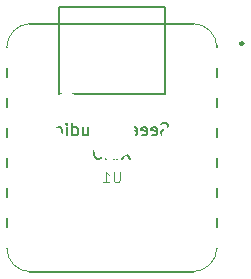
<source format=gbr>
%TF.GenerationSoftware,KiCad,Pcbnew,8.0.6*%
%TF.CreationDate,2024-10-22T23:25:27+01:00*%
%TF.ProjectId,hello22,68656c6c-6f32-4322-9e6b-696361645f70,rev?*%
%TF.SameCoordinates,Original*%
%TF.FileFunction,Legend,Bot*%
%TF.FilePolarity,Positive*%
%FSLAX46Y46*%
G04 Gerber Fmt 4.6, Leading zero omitted, Abs format (unit mm)*
G04 Created by KiCad (PCBNEW 8.0.6) date 2024-10-22 23:25:27*
%MOMM*%
%LPD*%
G01*
G04 APERTURE LIST*
%ADD10C,0.101600*%
%ADD11C,0.150000*%
%ADD12C,0.127000*%
%ADD13C,0.120000*%
%ADD14C,0.254000*%
%ADD15C,0.025400*%
%ADD16C,1.701800*%
%ADD17C,3.987800*%
%ADD18C,2.300000*%
%ADD19R,2.000000X2.000000*%
%ADD20C,2.000000*%
%ADD21R,3.200000X2.000000*%
%ADD22R,1.600000X1.600000*%
%ADD23O,1.600000X1.600000*%
%ADD24R,3.500000X1.700000*%
%ADD25O,3.600000X1.700000*%
%ADD26O,3.700000X1.700000*%
%ADD27R,1.700000X1.700000*%
%ADD28O,1.700000X1.700000*%
G04 APERTURE END LIST*
D10*
X87286333Y-108940185D02*
X87286333Y-109659852D01*
X87286333Y-109659852D02*
X87244000Y-109744518D01*
X87244000Y-109744518D02*
X87201666Y-109786852D01*
X87201666Y-109786852D02*
X87117000Y-109829185D01*
X87117000Y-109829185D02*
X86947666Y-109829185D01*
X86947666Y-109829185D02*
X86863000Y-109786852D01*
X86863000Y-109786852D02*
X86820666Y-109744518D01*
X86820666Y-109744518D02*
X86778333Y-109659852D01*
X86778333Y-109659852D02*
X86778333Y-108940185D01*
X85889333Y-109829185D02*
X86397333Y-109829185D01*
X86143333Y-109829185D02*
X86143333Y-108940185D01*
X86143333Y-108940185D02*
X86228000Y-109067185D01*
X86228000Y-109067185D02*
X86312667Y-109151852D01*
X86312667Y-109151852D02*
X86397333Y-109194185D01*
D11*
X91370904Y-105790400D02*
X91228047Y-105838019D01*
X91228047Y-105838019D02*
X90989952Y-105838019D01*
X90989952Y-105838019D02*
X90894714Y-105790400D01*
X90894714Y-105790400D02*
X90847095Y-105742780D01*
X90847095Y-105742780D02*
X90799476Y-105647542D01*
X90799476Y-105647542D02*
X90799476Y-105552304D01*
X90799476Y-105552304D02*
X90847095Y-105457066D01*
X90847095Y-105457066D02*
X90894714Y-105409447D01*
X90894714Y-105409447D02*
X90989952Y-105361828D01*
X90989952Y-105361828D02*
X91180428Y-105314209D01*
X91180428Y-105314209D02*
X91275666Y-105266590D01*
X91275666Y-105266590D02*
X91323285Y-105218971D01*
X91323285Y-105218971D02*
X91370904Y-105123733D01*
X91370904Y-105123733D02*
X91370904Y-105028495D01*
X91370904Y-105028495D02*
X91323285Y-104933257D01*
X91323285Y-104933257D02*
X91275666Y-104885638D01*
X91275666Y-104885638D02*
X91180428Y-104838019D01*
X91180428Y-104838019D02*
X90942333Y-104838019D01*
X90942333Y-104838019D02*
X90799476Y-104885638D01*
X89989952Y-105790400D02*
X90085190Y-105838019D01*
X90085190Y-105838019D02*
X90275666Y-105838019D01*
X90275666Y-105838019D02*
X90370904Y-105790400D01*
X90370904Y-105790400D02*
X90418523Y-105695161D01*
X90418523Y-105695161D02*
X90418523Y-105314209D01*
X90418523Y-105314209D02*
X90370904Y-105218971D01*
X90370904Y-105218971D02*
X90275666Y-105171352D01*
X90275666Y-105171352D02*
X90085190Y-105171352D01*
X90085190Y-105171352D02*
X89989952Y-105218971D01*
X89989952Y-105218971D02*
X89942333Y-105314209D01*
X89942333Y-105314209D02*
X89942333Y-105409447D01*
X89942333Y-105409447D02*
X90418523Y-105504685D01*
X89132809Y-105790400D02*
X89228047Y-105838019D01*
X89228047Y-105838019D02*
X89418523Y-105838019D01*
X89418523Y-105838019D02*
X89513761Y-105790400D01*
X89513761Y-105790400D02*
X89561380Y-105695161D01*
X89561380Y-105695161D02*
X89561380Y-105314209D01*
X89561380Y-105314209D02*
X89513761Y-105218971D01*
X89513761Y-105218971D02*
X89418523Y-105171352D01*
X89418523Y-105171352D02*
X89228047Y-105171352D01*
X89228047Y-105171352D02*
X89132809Y-105218971D01*
X89132809Y-105218971D02*
X89085190Y-105314209D01*
X89085190Y-105314209D02*
X89085190Y-105409447D01*
X89085190Y-105409447D02*
X89561380Y-105504685D01*
X88275666Y-105790400D02*
X88370904Y-105838019D01*
X88370904Y-105838019D02*
X88561380Y-105838019D01*
X88561380Y-105838019D02*
X88656618Y-105790400D01*
X88656618Y-105790400D02*
X88704237Y-105695161D01*
X88704237Y-105695161D02*
X88704237Y-105314209D01*
X88704237Y-105314209D02*
X88656618Y-105218971D01*
X88656618Y-105218971D02*
X88561380Y-105171352D01*
X88561380Y-105171352D02*
X88370904Y-105171352D01*
X88370904Y-105171352D02*
X88275666Y-105218971D01*
X88275666Y-105218971D02*
X88228047Y-105314209D01*
X88228047Y-105314209D02*
X88228047Y-105409447D01*
X88228047Y-105409447D02*
X88704237Y-105504685D01*
X87370904Y-105838019D02*
X87370904Y-104838019D01*
X87370904Y-105790400D02*
X87466142Y-105838019D01*
X87466142Y-105838019D02*
X87656618Y-105838019D01*
X87656618Y-105838019D02*
X87751856Y-105790400D01*
X87751856Y-105790400D02*
X87799475Y-105742780D01*
X87799475Y-105742780D02*
X87847094Y-105647542D01*
X87847094Y-105647542D02*
X87847094Y-105361828D01*
X87847094Y-105361828D02*
X87799475Y-105266590D01*
X87799475Y-105266590D02*
X87751856Y-105218971D01*
X87751856Y-105218971D02*
X87656618Y-105171352D01*
X87656618Y-105171352D02*
X87466142Y-105171352D01*
X87466142Y-105171352D02*
X87370904Y-105218971D01*
X86180427Y-105790400D02*
X86037570Y-105838019D01*
X86037570Y-105838019D02*
X85799475Y-105838019D01*
X85799475Y-105838019D02*
X85704237Y-105790400D01*
X85704237Y-105790400D02*
X85656618Y-105742780D01*
X85656618Y-105742780D02*
X85608999Y-105647542D01*
X85608999Y-105647542D02*
X85608999Y-105552304D01*
X85608999Y-105552304D02*
X85656618Y-105457066D01*
X85656618Y-105457066D02*
X85704237Y-105409447D01*
X85704237Y-105409447D02*
X85799475Y-105361828D01*
X85799475Y-105361828D02*
X85989951Y-105314209D01*
X85989951Y-105314209D02*
X86085189Y-105266590D01*
X86085189Y-105266590D02*
X86132808Y-105218971D01*
X86132808Y-105218971D02*
X86180427Y-105123733D01*
X86180427Y-105123733D02*
X86180427Y-105028495D01*
X86180427Y-105028495D02*
X86132808Y-104933257D01*
X86132808Y-104933257D02*
X86085189Y-104885638D01*
X86085189Y-104885638D02*
X85989951Y-104838019D01*
X85989951Y-104838019D02*
X85751856Y-104838019D01*
X85751856Y-104838019D02*
X85608999Y-104885638D01*
X85323284Y-105171352D02*
X84942332Y-105171352D01*
X85180427Y-104838019D02*
X85180427Y-105695161D01*
X85180427Y-105695161D02*
X85132808Y-105790400D01*
X85132808Y-105790400D02*
X85037570Y-105838019D01*
X85037570Y-105838019D02*
X84942332Y-105838019D01*
X84180427Y-105171352D02*
X84180427Y-105838019D01*
X84608998Y-105171352D02*
X84608998Y-105695161D01*
X84608998Y-105695161D02*
X84561379Y-105790400D01*
X84561379Y-105790400D02*
X84466141Y-105838019D01*
X84466141Y-105838019D02*
X84323284Y-105838019D01*
X84323284Y-105838019D02*
X84228046Y-105790400D01*
X84228046Y-105790400D02*
X84180427Y-105742780D01*
X83275665Y-105838019D02*
X83275665Y-104838019D01*
X83275665Y-105790400D02*
X83370903Y-105838019D01*
X83370903Y-105838019D02*
X83561379Y-105838019D01*
X83561379Y-105838019D02*
X83656617Y-105790400D01*
X83656617Y-105790400D02*
X83704236Y-105742780D01*
X83704236Y-105742780D02*
X83751855Y-105647542D01*
X83751855Y-105647542D02*
X83751855Y-105361828D01*
X83751855Y-105361828D02*
X83704236Y-105266590D01*
X83704236Y-105266590D02*
X83656617Y-105218971D01*
X83656617Y-105218971D02*
X83561379Y-105171352D01*
X83561379Y-105171352D02*
X83370903Y-105171352D01*
X83370903Y-105171352D02*
X83275665Y-105218971D01*
X82799474Y-105838019D02*
X82799474Y-105171352D01*
X82799474Y-104838019D02*
X82847093Y-104885638D01*
X82847093Y-104885638D02*
X82799474Y-104933257D01*
X82799474Y-104933257D02*
X82751855Y-104885638D01*
X82751855Y-104885638D02*
X82799474Y-104838019D01*
X82799474Y-104838019D02*
X82799474Y-104933257D01*
X82180427Y-105838019D02*
X82275665Y-105790400D01*
X82275665Y-105790400D02*
X82323284Y-105742780D01*
X82323284Y-105742780D02*
X82370903Y-105647542D01*
X82370903Y-105647542D02*
X82370903Y-105361828D01*
X82370903Y-105361828D02*
X82323284Y-105266590D01*
X82323284Y-105266590D02*
X82275665Y-105218971D01*
X82275665Y-105218971D02*
X82180427Y-105171352D01*
X82180427Y-105171352D02*
X82037570Y-105171352D01*
X82037570Y-105171352D02*
X81942332Y-105218971D01*
X81942332Y-105218971D02*
X81894713Y-105266590D01*
X81894713Y-105266590D02*
X81847094Y-105361828D01*
X81847094Y-105361828D02*
X81847094Y-105647542D01*
X81847094Y-105647542D02*
X81894713Y-105742780D01*
X81894713Y-105742780D02*
X81942332Y-105790400D01*
X81942332Y-105790400D02*
X82037570Y-105838019D01*
X82037570Y-105838019D02*
X82180427Y-105838019D01*
X88132808Y-106838019D02*
X87466142Y-107838019D01*
X87466142Y-106838019D02*
X88132808Y-107838019D01*
X87085189Y-107838019D02*
X87085189Y-106838019D01*
X86656618Y-107552304D02*
X86180428Y-107552304D01*
X86751856Y-107838019D02*
X86418523Y-106838019D01*
X86418523Y-106838019D02*
X86085190Y-107838019D01*
X85561380Y-106838019D02*
X85370904Y-106838019D01*
X85370904Y-106838019D02*
X85275666Y-106885638D01*
X85275666Y-106885638D02*
X85180428Y-106980876D01*
X85180428Y-106980876D02*
X85132809Y-107171352D01*
X85132809Y-107171352D02*
X85132809Y-107504685D01*
X85132809Y-107504685D02*
X85180428Y-107695161D01*
X85180428Y-107695161D02*
X85275666Y-107790400D01*
X85275666Y-107790400D02*
X85370904Y-107838019D01*
X85370904Y-107838019D02*
X85561380Y-107838019D01*
X85561380Y-107838019D02*
X85656618Y-107790400D01*
X85656618Y-107790400D02*
X85751856Y-107695161D01*
X85751856Y-107695161D02*
X85799475Y-107504685D01*
X85799475Y-107504685D02*
X85799475Y-107171352D01*
X85799475Y-107171352D02*
X85751856Y-106980876D01*
X85751856Y-106980876D02*
X85656618Y-106885638D01*
X85656618Y-106885638D02*
X85561380Y-106838019D01*
D12*
%TO.C,U1*%
X77709000Y-98383200D02*
X77709000Y-115383200D01*
X79709000Y-117383200D02*
X93509000Y-117383200D01*
X82109000Y-94959170D02*
X91109000Y-94959170D01*
X82109000Y-102312470D02*
X82109000Y-94959170D01*
X91109000Y-94959170D02*
X91109000Y-102312470D01*
X91109000Y-102312470D02*
X82109000Y-102312470D01*
X93509000Y-96384110D02*
X79709000Y-96384110D01*
X95509000Y-115383200D02*
X95509000Y-98383200D01*
D13*
X77709000Y-98383200D02*
G75*
G02*
X79709000Y-96383200I2044610J-44610D01*
G01*
X79709000Y-117383200D02*
G75*
G02*
X77709000Y-115383200I0J2000000D01*
G01*
X93509000Y-96383200D02*
G75*
G02*
X95509000Y-98383200I-44612J-2044612D01*
G01*
X95509000Y-115383200D02*
G75*
G02*
X93509000Y-117383200I-2044857J44857D01*
G01*
D14*
X97736000Y-98083200D02*
G75*
G02*
X97482000Y-98083200I-127000J0D01*
G01*
X97482000Y-98083200D02*
G75*
G02*
X97736000Y-98083200I127000J0D01*
G01*
D15*
X95493667Y-98272727D02*
X95496715Y-98321495D01*
X95489603Y-98223706D01*
X95493667Y-98272727D01*
X77766752Y-115794155D02*
X77756847Y-115746150D01*
X77747956Y-115697890D01*
X77740336Y-115649375D01*
X77733732Y-115600607D01*
X77728399Y-115551839D01*
X77724335Y-115502818D01*
X77721287Y-115454050D01*
X77719508Y-115404774D01*
X77766752Y-115794155D01*
%TD*%
%LPC*%
D16*
%TO.C,SW4*%
X100795000Y-105875000D03*
D17*
X105875000Y-105875000D03*
D16*
X110955000Y-105875000D03*
D18*
X102065000Y-103335000D03*
X108415000Y-100795000D03*
%TD*%
D16*
%TO.C,SW6*%
X100795000Y-125125000D03*
D17*
X105875000Y-125125000D03*
D16*
X110955000Y-125125000D03*
D18*
X102065000Y-122585000D03*
X108415000Y-120045000D03*
%TD*%
D19*
%TO.C,SW5*%
X59875000Y-103550000D03*
D20*
X59875000Y-108550000D03*
X59875000Y-106050000D03*
D21*
X67375000Y-100450000D03*
X67375000Y-111650000D03*
D20*
X74375000Y-108550000D03*
X74375000Y-103550000D03*
%TD*%
D22*
%TO.C,D2*%
X67564000Y-114427000D03*
D23*
X75184000Y-114427000D03*
%TD*%
D16*
%TO.C,SW3*%
X81545000Y-125125000D03*
D17*
X86625000Y-125125000D03*
D16*
X91705000Y-125125000D03*
D18*
X82815000Y-122585000D03*
X89165000Y-120045000D03*
%TD*%
D16*
%TO.C,SW1*%
X62295000Y-125125000D03*
D17*
X67375000Y-125125000D03*
D16*
X72455000Y-125125000D03*
D18*
X63565000Y-122585000D03*
X69915000Y-120045000D03*
%TD*%
D22*
%TO.C,D6*%
X95046800Y-126034800D03*
D23*
X95046800Y-133654800D03*
%TD*%
D22*
%TO.C,D8*%
X114223800Y-126034800D03*
D23*
X114223800Y-133654800D03*
%TD*%
D22*
%TO.C,D9*%
X133350000Y-125984000D03*
D23*
X133350000Y-133604000D03*
%TD*%
D16*
%TO.C,SW2*%
X81545000Y-105875000D03*
D17*
X86625000Y-105875000D03*
D16*
X91705000Y-105875000D03*
D18*
X82815000Y-103335000D03*
X89165000Y-100795000D03*
%TD*%
D22*
%TO.C,D7*%
X114274600Y-106807000D03*
D23*
X114274600Y-114427000D03*
%TD*%
D22*
%TO.C,D5*%
X107467400Y-114274600D03*
D23*
X99847400Y-114274600D03*
%TD*%
D16*
%TO.C,SW7*%
X120045000Y-125125000D03*
D17*
X125125000Y-125125000D03*
D16*
X130205000Y-125125000D03*
D18*
X121315000Y-122585000D03*
X127665000Y-120045000D03*
%TD*%
D22*
%TO.C,D1*%
X75717400Y-125984000D03*
D23*
X75717400Y-133604000D03*
%TD*%
D24*
%TO.C,U1*%
X95234000Y-99263200D03*
D25*
X95234000Y-101803200D03*
X95234000Y-104343200D03*
X95234000Y-106883200D03*
X95234000Y-109423200D03*
X95234000Y-111963200D03*
X95234000Y-114503200D03*
X77984000Y-114503200D03*
X77984000Y-111963200D03*
X77984000Y-109423200D03*
D26*
X77984000Y-106883200D03*
X77984000Y-104343200D03*
X77984000Y-101803200D03*
X77984000Y-99263200D03*
%TD*%
D27*
%TO.C,U2*%
X152365000Y-102180000D03*
D28*
X152365000Y-104720000D03*
X152365000Y-107260000D03*
X152365000Y-109800000D03*
%TD*%
%LPD*%
M02*

</source>
